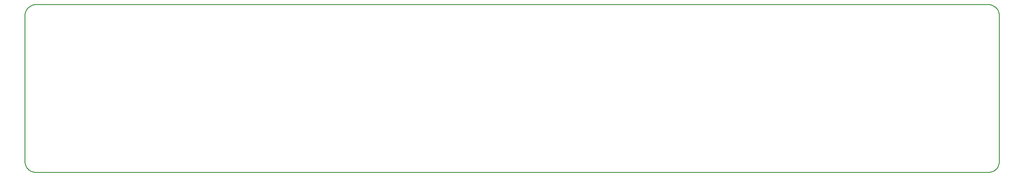
<source format=gbr>
G04 start of page 4 for group 2 idx 6 *
G04 Title: AYAB-RS_F, outline *
G04 Creator: pcb 4.0.2 *
G04 CreationDate: Tue Aug 17 15:24:43 2021 UTC *
G04 For: tom *
G04 Format: Gerber/RS-274X *
G04 PCB-Dimensions (mil): 11000.00 1900.00 *
G04 PCB-Coordinate-Origin: lower left *
%MOIN*%
%FSLAX25Y25*%
%LNOUTLINE*%
%ADD72C,0.0100*%
G54D72*X12550Y-52D02*X1087551D01*
X1088833Y12D01*
X1090077Y201D01*
X1091277Y508D01*
X1092426Y927D01*
X1093520Y1453D01*
X1094551Y2078D01*
X1095512Y2796D01*
X1096398Y3602D01*
X1097203Y4489D01*
X1097923Y5451D01*
X1098546Y6481D01*
X1099071Y7574D01*
X1099491Y8724D01*
X1099798Y9923D01*
X1099987Y11167D01*
X1100051Y12448D01*
Y177450D01*
X1099987Y178730D01*
X1099798Y179973D01*
X1099491Y181173D01*
X1099071Y182323D01*
X1098546Y183416D01*
X1097923Y184447D01*
X1097203Y185408D01*
X1096398Y186295D01*
X1095512Y187101D01*
X1094551Y187819D01*
X1093520Y188444D01*
X1092426Y188970D01*
X1091277Y189389D01*
X1090077Y189695D01*
X1088833Y189886D01*
X1087551Y189950D01*
X12550D01*
X50Y177450D02*Y12448D01*
X8826Y189389D02*X7677Y188970D01*
X6584Y188444D01*
X5553Y187819D01*
X4591Y187101D01*
X12550Y189950D02*X11269Y189886D01*
X10026Y189695D01*
X8826Y189389D01*
X4591Y187101D02*X3705Y186295D01*
X2899Y185408D01*
X2180Y184447D01*
X1555Y183416D01*
X1030Y182323D01*
X611Y181173D01*
X304Y179973D01*
X115Y178730D01*
X50Y177450D01*
Y12448D02*X115Y11167D01*
X304Y9923D01*
X611Y8724D01*
X1030Y7574D01*
X1555Y6481D01*
X2180Y5451D01*
X2899Y4489D01*
X3705Y3602D01*
X4591Y2796D01*
X5553Y2078D01*
X6584Y1453D01*
X7677Y927D01*
X8826Y508D01*
X10026Y201D01*
X11269Y12D01*
X12550Y-52D01*
M02*

</source>
